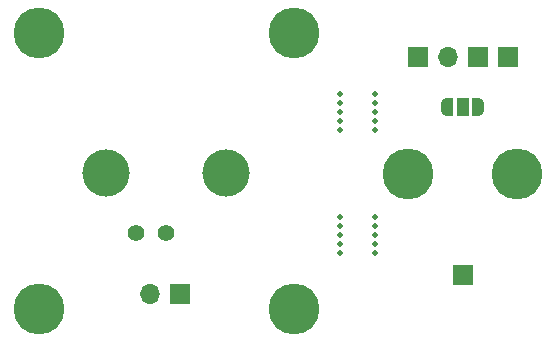
<source format=gbr>
%TF.GenerationSoftware,KiCad,Pcbnew,6.0.2+dfsg-1*%
%TF.CreationDate,2023-03-03T12:49:29-07:00*%
%TF.ProjectId,flex_fixture,666c6578-5f66-4697-9874-7572652e6b69,rev?*%
%TF.SameCoordinates,Original*%
%TF.FileFunction,Soldermask,Bot*%
%TF.FilePolarity,Negative*%
%FSLAX46Y46*%
G04 Gerber Fmt 4.6, Leading zero omitted, Abs format (unit mm)*
G04 Created by KiCad (PCBNEW 6.0.2+dfsg-1) date 2023-03-03 12:49:29*
%MOMM*%
%LPD*%
G01*
G04 APERTURE LIST*
G04 Aperture macros list*
%AMFreePoly0*
4,1,22,0.550000,-0.750000,0.000000,-0.750000,0.000000,-0.745033,-0.079941,-0.743568,-0.215256,-0.701293,-0.333266,-0.622738,-0.424486,-0.514219,-0.481581,-0.384460,-0.499164,-0.250000,-0.500000,-0.250000,-0.500000,0.250000,-0.499164,0.250000,-0.499963,0.256109,-0.478152,0.396186,-0.417904,0.524511,-0.324060,0.630769,-0.204165,0.706417,-0.067858,0.745374,0.000000,0.744959,0.000000,0.750000,
0.550000,0.750000,0.550000,-0.750000,0.550000,-0.750000,$1*%
%AMFreePoly1*
4,1,20,0.000000,0.744959,0.073905,0.744508,0.209726,0.703889,0.328688,0.626782,0.421226,0.519385,0.479903,0.390333,0.500000,0.250000,0.500000,-0.250000,0.499851,-0.262216,0.476331,-0.402017,0.414519,-0.529596,0.319384,-0.634700,0.198574,-0.708877,0.061801,-0.746166,0.000000,-0.745033,0.000000,-0.750000,-0.550000,-0.750000,-0.550000,0.750000,0.000000,0.750000,0.000000,0.744959,
0.000000,0.744959,$1*%
G04 Aperture macros list end*
%ADD10C,1.400000*%
%ADD11C,4.000000*%
%ADD12C,0.500000*%
%ADD13C,4.300000*%
%ADD14R,1.700000X1.700000*%
%ADD15O,1.700000X1.700000*%
%ADD16FreePoly0,0.000000*%
%ADD17R,1.000000X1.500000*%
%ADD18FreePoly1,0.000000*%
G04 APERTURE END LIST*
D10*
%TO.C,J1*%
X104100000Y-98765000D03*
X101560000Y-98765000D03*
D11*
X109180000Y-93685000D03*
X99020000Y-93685000D03*
%TD*%
D12*
%TO.C,H8*%
X118800000Y-99650000D03*
X121800000Y-99662000D03*
X118800000Y-98900000D03*
X118800000Y-100412000D03*
X121800000Y-100412000D03*
X121800000Y-98900000D03*
X121800000Y-98150000D03*
X118800000Y-98150000D03*
X118800000Y-97376000D03*
X121800000Y-97376000D03*
%TD*%
%TO.C,H7*%
X118800000Y-89250000D03*
X121800000Y-89262000D03*
X118800000Y-88500000D03*
X118800000Y-90012000D03*
X121800000Y-90012000D03*
X121800000Y-88500000D03*
X121800000Y-87750000D03*
X118800000Y-87750000D03*
X118800000Y-86976000D03*
X121800000Y-86976000D03*
%TD*%
D13*
%TO.C,H2*%
X93300000Y-105200000D03*
%TD*%
%TO.C,H6*%
X133800000Y-93700000D03*
%TD*%
%TO.C,H1*%
X93300000Y-81800000D03*
%TD*%
%TO.C,H4*%
X114900000Y-105200000D03*
%TD*%
D14*
%TO.C,J3*%
X130470000Y-83800000D03*
D15*
X127930000Y-83800000D03*
%TD*%
D14*
%TO.C,J6*%
X133010000Y-83800000D03*
%TD*%
D13*
%TO.C,H5*%
X124600000Y-93700000D03*
%TD*%
D14*
%TO.C,J5*%
X125390000Y-83800000D03*
%TD*%
%TO.C,J4*%
X129200000Y-102300000D03*
%TD*%
D13*
%TO.C,H3*%
X114900000Y-81800000D03*
%TD*%
D14*
%TO.C,J2*%
X105275000Y-103900000D03*
D15*
X102735000Y-103900000D03*
%TD*%
D16*
%TO.C,JP1*%
X127900000Y-88042500D03*
D17*
X129200000Y-88042500D03*
D18*
X130500000Y-88042500D03*
%TD*%
M02*

</source>
